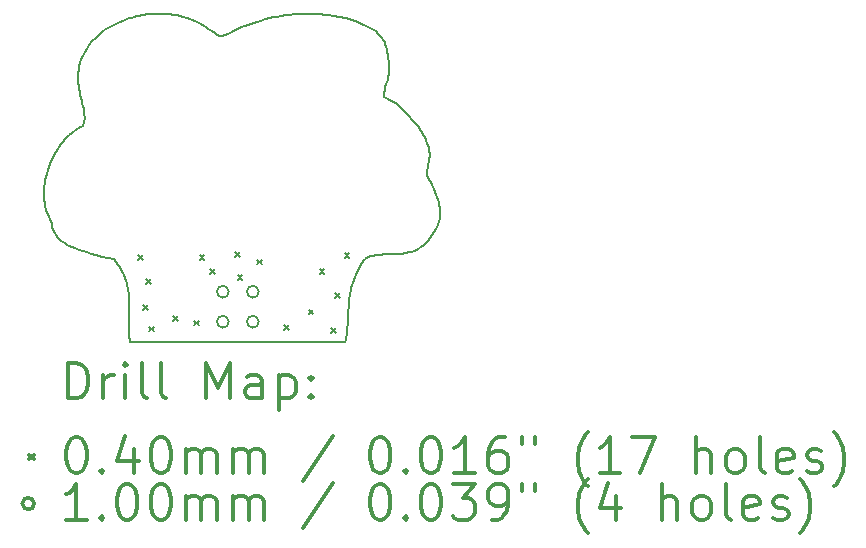
<source format=gbr>
%FSLAX45Y45*%
G04 Gerber Fmt 4.5, Leading zero omitted, Abs format (unit mm)*
G04 Created by KiCad (PCBNEW 5.1.6-c6e7f7d~87~ubuntu18.04.1) date 2020-07-20 19:22:29*
%MOMM*%
%LPD*%
G01*
G04 APERTURE LIST*
%TA.AperFunction,Profile*%
%ADD10C,0.200000*%
%TD*%
%ADD11C,0.200000*%
%ADD12C,0.300000*%
G04 APERTURE END LIST*
D10*
X11939743Y-7008065D02*
X11971901Y-6988818D01*
X11971901Y-6988818D02*
X12005154Y-6970167D01*
X12005154Y-6970167D02*
X12039595Y-6952342D01*
X12039595Y-6952342D02*
X12075320Y-6935576D01*
X12075320Y-6935576D02*
X12093693Y-6927661D01*
X12093693Y-6927661D02*
X12112421Y-6920098D01*
X12112421Y-6920098D02*
X12131517Y-6912916D01*
X12131517Y-6912916D02*
X12150993Y-6906142D01*
X12150993Y-6906142D02*
X12170859Y-6899807D01*
X12170859Y-6899807D02*
X12191128Y-6893939D01*
X12191128Y-6893939D02*
X12211812Y-6888566D01*
X12211812Y-6888566D02*
X12232922Y-6883719D01*
X12232922Y-6883719D02*
X12254470Y-6879425D01*
X12254470Y-6879425D02*
X12276467Y-6875715D01*
X12276467Y-6875715D02*
X12298926Y-6872616D01*
X12298926Y-6872616D02*
X12321858Y-6870157D01*
X12321858Y-6870157D02*
X12345274Y-6868368D01*
X12345274Y-6868368D02*
X12369188Y-6867278D01*
X12369188Y-6867278D02*
X12393609Y-6866915D01*
X12393609Y-6866915D02*
X12418550Y-6867308D01*
X12418550Y-6867308D02*
X12444024Y-6868487D01*
X12444024Y-6868487D02*
X12470040Y-6870480D01*
X12470040Y-6870480D02*
X12496612Y-6873316D01*
X12496612Y-6873316D02*
X12523750Y-6877024D01*
X12523750Y-6877024D02*
X12551467Y-6881633D01*
X12551467Y-6881633D02*
X12579775Y-6887173D01*
X12579775Y-6887173D02*
X12608684Y-6893671D01*
X12608684Y-6893671D02*
X12638208Y-6901157D01*
X13978119Y-9648687D02*
X12157122Y-9648687D01*
X12021706Y-8946660D02*
X11967567Y-8934441D01*
X11967567Y-8934441D02*
X11917536Y-8922463D01*
X11917536Y-8922463D02*
X11871436Y-8910701D01*
X11871436Y-8910701D02*
X11829093Y-8899130D01*
X11829093Y-8899130D02*
X11790330Y-8887724D01*
X11790330Y-8887724D02*
X11754972Y-8876459D01*
X11754972Y-8876459D02*
X11722843Y-8865309D01*
X11722843Y-8865309D02*
X11693767Y-8854251D01*
X11693767Y-8854251D02*
X11667569Y-8843258D01*
X11667569Y-8843258D02*
X11644073Y-8832306D01*
X11644073Y-8832306D02*
X11623103Y-8821369D01*
X11623103Y-8821369D02*
X11604483Y-8810424D01*
X11604483Y-8810424D02*
X11573592Y-8788405D01*
X11573592Y-8788405D02*
X11549995Y-8766050D01*
X11549995Y-8766050D02*
X11532286Y-8743158D01*
X11532286Y-8743158D02*
X11519058Y-8719529D01*
X11519058Y-8719529D02*
X11508907Y-8694964D01*
X11508907Y-8694964D02*
X11500426Y-8669263D01*
X11500426Y-8669263D02*
X11492210Y-8642226D01*
X11492210Y-8642226D02*
X11482853Y-8613654D01*
X11482853Y-8613654D02*
X11470950Y-8583345D01*
X11470950Y-8583345D02*
X11455095Y-8551100D01*
X14484149Y-8896770D02*
X14459763Y-8897786D01*
X14459763Y-8897786D02*
X14434877Y-8898711D01*
X14434877Y-8898711D02*
X14409671Y-8899628D01*
X14409671Y-8899628D02*
X14384326Y-8900626D01*
X14384326Y-8900626D02*
X14359022Y-8901789D01*
X14359022Y-8901789D02*
X14333939Y-8903205D01*
X14333939Y-8903205D02*
X14309258Y-8904960D01*
X14309258Y-8904960D02*
X14285158Y-8907139D01*
X14285158Y-8907139D02*
X14261819Y-8909830D01*
X14261819Y-8909830D02*
X14239423Y-8913118D01*
X14239423Y-8913118D02*
X14218149Y-8917090D01*
X14218149Y-8917090D02*
X14198177Y-8921831D01*
X14198177Y-8921831D02*
X14171055Y-8930576D01*
X14171055Y-8930576D02*
X14147877Y-8941539D01*
X14147877Y-8941539D02*
X14134917Y-8950223D01*
X13340235Y-6904720D02*
X13369609Y-6897238D01*
X13369609Y-6897238D02*
X13402428Y-6890415D01*
X13402428Y-6890415D02*
X13438356Y-6884347D01*
X13438356Y-6884347D02*
X13477056Y-6879134D01*
X13477056Y-6879134D02*
X13497341Y-6876878D01*
X13497341Y-6876878D02*
X13518192Y-6874873D01*
X13518192Y-6874873D02*
X13539568Y-6873131D01*
X13539568Y-6873131D02*
X13561426Y-6871663D01*
X13561426Y-6871663D02*
X13583725Y-6870483D01*
X13583725Y-6870483D02*
X13606423Y-6869603D01*
X13606423Y-6869603D02*
X13629477Y-6869034D01*
X13629477Y-6869034D02*
X13652845Y-6868789D01*
X13652845Y-6868789D02*
X13676486Y-6868881D01*
X13676486Y-6868881D02*
X13700356Y-6869321D01*
X13700356Y-6869321D02*
X13724415Y-6870123D01*
X13724415Y-6870123D02*
X13748619Y-6871297D01*
X13748619Y-6871297D02*
X13772927Y-6872857D01*
X13772927Y-6872857D02*
X13797298Y-6874815D01*
X13797298Y-6874815D02*
X13821687Y-6877183D01*
X13821687Y-6877183D02*
X13846055Y-6879974D01*
X13846055Y-6879974D02*
X13870357Y-6883199D01*
X13870357Y-6883199D02*
X13894554Y-6886871D01*
X13894554Y-6886871D02*
X13918601Y-6891002D01*
X13918601Y-6891002D02*
X13942458Y-6895604D01*
X13942458Y-6895604D02*
X13966082Y-6900690D01*
X13966082Y-6900690D02*
X13989431Y-6906273D01*
X13989431Y-6906273D02*
X14012463Y-6912363D01*
X14012463Y-6912363D02*
X14035136Y-6918975D01*
X12638208Y-6901157D02*
X12666772Y-6909550D01*
X12666772Y-6909550D02*
X12685868Y-6917005D01*
X12685868Y-6917005D02*
X12704936Y-6925706D01*
X12704936Y-6925706D02*
X12723915Y-6935443D01*
X12723915Y-6935443D02*
X12742745Y-6946007D01*
X12742745Y-6946007D02*
X12761365Y-6957190D01*
X12761365Y-6957190D02*
X12779714Y-6968783D01*
X12779714Y-6968783D02*
X12797731Y-6980578D01*
X12797731Y-6980578D02*
X12815356Y-6992365D01*
X12815356Y-6992365D02*
X12832529Y-7003937D01*
X12832529Y-7003937D02*
X12849187Y-7015083D01*
X12849187Y-7015083D02*
X12873079Y-7030550D01*
X12873079Y-7030550D02*
X12895475Y-7043888D01*
X12895475Y-7043888D02*
X12916168Y-7054391D01*
X14345169Y-7243262D02*
X14349623Y-7273731D01*
X14349623Y-7273731D02*
X14351723Y-7302533D01*
X14351723Y-7302533D02*
X14351782Y-7329745D01*
X14351782Y-7329745D02*
X14350114Y-7355445D01*
X14350114Y-7355445D02*
X14347033Y-7379714D01*
X14347033Y-7379714D02*
X14342852Y-7402629D01*
X14342852Y-7402629D02*
X14337885Y-7424270D01*
X14337885Y-7424270D02*
X14332445Y-7444715D01*
X14332445Y-7444715D02*
X14326846Y-7464042D01*
X14326846Y-7464042D02*
X14318834Y-7491112D01*
X14318834Y-7491112D02*
X14312228Y-7516111D01*
X14312228Y-7516111D02*
X14308087Y-7539306D01*
X14308087Y-7539306D02*
X14307467Y-7560962D01*
X14307467Y-7560962D02*
X14309533Y-7574676D01*
X12157122Y-9648687D02*
X12153837Y-9626799D01*
X12153837Y-9626799D02*
X12151314Y-9604950D01*
X12151314Y-9604950D02*
X12149468Y-9583138D01*
X12149468Y-9583138D02*
X12148220Y-9561356D01*
X12148220Y-9561356D02*
X12147486Y-9539602D01*
X12147486Y-9539602D02*
X12147184Y-9517871D01*
X12147184Y-9517871D02*
X12147232Y-9496157D01*
X12147232Y-9496157D02*
X12147547Y-9474458D01*
X12147547Y-9474458D02*
X12148049Y-9452769D01*
X12148049Y-9452769D02*
X12148653Y-9431085D01*
X12148653Y-9431085D02*
X12149279Y-9409403D01*
X12149279Y-9409403D02*
X12149844Y-9387717D01*
X12149844Y-9387717D02*
X12150265Y-9366023D01*
X12150265Y-9366023D02*
X12150461Y-9344318D01*
X12150461Y-9344318D02*
X12150349Y-9322596D01*
X12150349Y-9322596D02*
X12149847Y-9300854D01*
X12149847Y-9300854D02*
X12148873Y-9279087D01*
X12148873Y-9279087D02*
X12147345Y-9257291D01*
X12147345Y-9257291D02*
X12145180Y-9235462D01*
X12145180Y-9235462D02*
X12142296Y-9213594D01*
X12142296Y-9213594D02*
X12138612Y-9191685D01*
X12138612Y-9191685D02*
X12134044Y-9169729D01*
X12134044Y-9169729D02*
X12128511Y-9147722D01*
X12128511Y-9147722D02*
X12121930Y-9125660D01*
X12121930Y-9125660D02*
X12114220Y-9103538D01*
X12114220Y-9103538D02*
X12105297Y-9081353D01*
X12105297Y-9081353D02*
X12095080Y-9059100D01*
X12095080Y-9059100D02*
X12083487Y-9036774D01*
X12083487Y-9036774D02*
X12070435Y-9014371D01*
X12070435Y-9014371D02*
X12055843Y-8991888D01*
X12055843Y-8991888D02*
X12039627Y-8969319D01*
X12039627Y-8969319D02*
X12021706Y-8946660D01*
X14035136Y-6918975D02*
X14063213Y-6929955D01*
X14063213Y-6929955D02*
X14089320Y-6940607D01*
X14089320Y-6940607D02*
X14113534Y-6950956D01*
X14113534Y-6950956D02*
X14135934Y-6961030D01*
X14135934Y-6961030D02*
X14156599Y-6970856D01*
X14156599Y-6970856D02*
X14175607Y-6980464D01*
X14175607Y-6980464D02*
X14208966Y-6999129D01*
X14208966Y-6999129D02*
X14236637Y-7017245D01*
X14236637Y-7017245D02*
X14259250Y-7035033D01*
X14259250Y-7035033D02*
X14277431Y-7052712D01*
X14277431Y-7052712D02*
X14291808Y-7070503D01*
X14291808Y-7070503D02*
X14303007Y-7088625D01*
X14303007Y-7088625D02*
X14311658Y-7107299D01*
X14311658Y-7107299D02*
X14318387Y-7126746D01*
X14318387Y-7126746D02*
X14323822Y-7147184D01*
X14323822Y-7147184D02*
X14328590Y-7168835D01*
X14328590Y-7168835D02*
X14333319Y-7191918D01*
X14333319Y-7191918D02*
X14338636Y-7216653D01*
X14338636Y-7216653D02*
X14345169Y-7243262D01*
X12916168Y-7054391D02*
X12938693Y-7052456D01*
X12938693Y-7052456D02*
X12963238Y-7048645D01*
X12963238Y-7048645D02*
X12985084Y-7041280D01*
X12985084Y-7041280D02*
X13003389Y-7030482D01*
X13003389Y-7030482D02*
X13020635Y-7019591D01*
X13020635Y-7019591D02*
X13045443Y-7005884D01*
X13045443Y-7005884D02*
X13068206Y-6994995D01*
X13068206Y-6994995D02*
X13097364Y-6982575D01*
X13097364Y-6982575D02*
X13134129Y-6968511D01*
X13134129Y-6968511D02*
X13155744Y-6960827D01*
X13155744Y-6960827D02*
X13179716Y-6952690D01*
X13179716Y-6952690D02*
X13206196Y-6944087D01*
X13206196Y-6944087D02*
X13235336Y-6935002D01*
X13235336Y-6935002D02*
X13267288Y-6925422D01*
X13267288Y-6925422D02*
X13302204Y-6915332D01*
X13302204Y-6915332D02*
X13340235Y-6904720D01*
X14676583Y-8251758D02*
X14689685Y-8271980D01*
X14689685Y-8271980D02*
X14702000Y-8292399D01*
X14702000Y-8292399D02*
X14713514Y-8313018D01*
X14713514Y-8313018D02*
X14724210Y-8333841D01*
X14724210Y-8333841D02*
X14734075Y-8354873D01*
X14734075Y-8354873D02*
X14743094Y-8376115D01*
X14743094Y-8376115D02*
X14751252Y-8397573D01*
X14751252Y-8397573D02*
X14758534Y-8419250D01*
X14758534Y-8419250D02*
X14764926Y-8441150D01*
X14764926Y-8441150D02*
X14770412Y-8463276D01*
X14770412Y-8463276D02*
X14774978Y-8485632D01*
X14774978Y-8485632D02*
X14778610Y-8508221D01*
X14778610Y-8508221D02*
X14781291Y-8531048D01*
X14781291Y-8531048D02*
X14783009Y-8554116D01*
X14783009Y-8554116D02*
X14783747Y-8577429D01*
X14783747Y-8577429D02*
X14783491Y-8600990D01*
X13978119Y-9648687D02*
X13978119Y-9648687D01*
X14601747Y-7824127D02*
X14616289Y-7848258D01*
X14616289Y-7848258D02*
X14629312Y-7871049D01*
X14629312Y-7871049D02*
X14640891Y-7892566D01*
X14640891Y-7892566D02*
X14651097Y-7912871D01*
X14651097Y-7912871D02*
X14660005Y-7932031D01*
X14660005Y-7932031D02*
X14674216Y-7967170D01*
X14674216Y-7967170D02*
X14684108Y-7998498D01*
X14684108Y-7998498D02*
X14690267Y-8026533D01*
X14690267Y-8026533D02*
X14693276Y-8051788D01*
X14693276Y-8051788D02*
X14693721Y-8074781D01*
X14693721Y-8074781D02*
X14692187Y-8096026D01*
X14692187Y-8096026D02*
X14689257Y-8116041D01*
X14689257Y-8116041D02*
X14683525Y-8144883D01*
X14683525Y-8144883D02*
X14677942Y-8173858D01*
X14677942Y-8173858D02*
X14675278Y-8194107D01*
X14675278Y-8194107D02*
X14674143Y-8215705D01*
X14674143Y-8215705D02*
X14675119Y-8239167D01*
X14675119Y-8239167D02*
X14676583Y-8251758D01*
X14134917Y-8950223D02*
X14119124Y-8976135D01*
X14119124Y-8976135D02*
X14104714Y-9001529D01*
X14104714Y-9001529D02*
X14091618Y-9026429D01*
X14091618Y-9026429D02*
X14079770Y-9050862D01*
X14079770Y-9050862D02*
X14069100Y-9074852D01*
X14069100Y-9074852D02*
X14059541Y-9098426D01*
X14059541Y-9098426D02*
X14051026Y-9121609D01*
X14051026Y-9121609D02*
X14043485Y-9144427D01*
X14043485Y-9144427D02*
X14036850Y-9166904D01*
X14036850Y-9166904D02*
X14031055Y-9189067D01*
X14031055Y-9189067D02*
X14026030Y-9210941D01*
X14026030Y-9210941D02*
X14021708Y-9232551D01*
X14021708Y-9232551D02*
X14018021Y-9253923D01*
X14018021Y-9253923D02*
X14014901Y-9275083D01*
X14014901Y-9275083D02*
X14012279Y-9296055D01*
X14012279Y-9296055D02*
X14010089Y-9316866D01*
X14010089Y-9316866D02*
X14008261Y-9337541D01*
X14008261Y-9337541D02*
X14006727Y-9358106D01*
X14006727Y-9358106D02*
X14005421Y-9378585D01*
X14005421Y-9378585D02*
X14004273Y-9399005D01*
X14004273Y-9399005D02*
X14003215Y-9419391D01*
X14003215Y-9419391D02*
X14002181Y-9439769D01*
X14002181Y-9439769D02*
X14001101Y-9460163D01*
X14001101Y-9460163D02*
X13999907Y-9480600D01*
X13999907Y-9480600D02*
X13998533Y-9501106D01*
X13998533Y-9501106D02*
X13996909Y-9521704D01*
X13996909Y-9521704D02*
X13994967Y-9542422D01*
X13994967Y-9542422D02*
X13992640Y-9563284D01*
X13992640Y-9563284D02*
X13989860Y-9584316D01*
X13989860Y-9584316D02*
X13986558Y-9605543D01*
X13986558Y-9605543D02*
X13982667Y-9626992D01*
X13982667Y-9626992D02*
X13978119Y-9648687D01*
X11455095Y-8551100D02*
X11446638Y-8524642D01*
X11446638Y-8524642D02*
X11439848Y-8497755D01*
X11439848Y-8497755D02*
X11434672Y-8470505D01*
X11434672Y-8470505D02*
X11431060Y-8442957D01*
X11431060Y-8442957D02*
X11428961Y-8415176D01*
X11428961Y-8415176D02*
X11428323Y-8387229D01*
X11428323Y-8387229D02*
X11429097Y-8359180D01*
X11429097Y-8359180D02*
X11431230Y-8331096D01*
X11431230Y-8331096D02*
X11434673Y-8303042D01*
X11434673Y-8303042D02*
X11439374Y-8275084D01*
X11439374Y-8275084D02*
X11445282Y-8247287D01*
X11445282Y-8247287D02*
X11452346Y-8219718D01*
X11452346Y-8219718D02*
X11460515Y-8192440D01*
X11460515Y-8192440D02*
X11469739Y-8165521D01*
X11469739Y-8165521D02*
X11479967Y-8139025D01*
X11479967Y-8139025D02*
X11491146Y-8113019D01*
X11491146Y-8113019D02*
X11503228Y-8087568D01*
X11503228Y-8087568D02*
X11516160Y-8062737D01*
X11516160Y-8062737D02*
X11529892Y-8038593D01*
X11529892Y-8038593D02*
X11544372Y-8015200D01*
X11544372Y-8015200D02*
X11559550Y-7992624D01*
X11559550Y-7992624D02*
X11575376Y-7970932D01*
X11575376Y-7970932D02*
X11591797Y-7950187D01*
X11591797Y-7950187D02*
X11608763Y-7930458D01*
X11608763Y-7930458D02*
X11626223Y-7911807D01*
X11626223Y-7911807D02*
X11644126Y-7894303D01*
X11644126Y-7894303D02*
X11662422Y-7878009D01*
X11662422Y-7878009D02*
X11681059Y-7862991D01*
X11681059Y-7862991D02*
X11699986Y-7849316D01*
X11699986Y-7849316D02*
X11719152Y-7837049D01*
X11719152Y-7837049D02*
X11738507Y-7826255D01*
X11738507Y-7826255D02*
X11758000Y-7817000D01*
X14309533Y-7574676D02*
X14340508Y-7588854D01*
X14340508Y-7588854D02*
X14368233Y-7603394D01*
X14368233Y-7603394D02*
X14393040Y-7618257D01*
X14393040Y-7618257D02*
X14415263Y-7633408D01*
X14415263Y-7633408D02*
X14435236Y-7648809D01*
X14435236Y-7648809D02*
X14453291Y-7664423D01*
X14453291Y-7664423D02*
X14469762Y-7680212D01*
X14469762Y-7680212D02*
X14484984Y-7696141D01*
X14484984Y-7696141D02*
X14499288Y-7712172D01*
X14499288Y-7712172D02*
X14513008Y-7728267D01*
X14513008Y-7728267D02*
X14526479Y-7744390D01*
X14526479Y-7744390D02*
X14540032Y-7760504D01*
X14540032Y-7760504D02*
X14554003Y-7776572D01*
X14554003Y-7776572D02*
X14568723Y-7792557D01*
X14568723Y-7792557D02*
X14584527Y-7808421D01*
X14584527Y-7808421D02*
X14601747Y-7824127D01*
X14783491Y-8600990D02*
X14775820Y-8620010D01*
X14775820Y-8620010D02*
X14760356Y-8655579D01*
X14760356Y-8655579D02*
X14744683Y-8687989D01*
X14744683Y-8687989D02*
X14728746Y-8717398D01*
X14728746Y-8717398D02*
X14712487Y-8743966D01*
X14712487Y-8743966D02*
X14695851Y-8767852D01*
X14695851Y-8767852D02*
X14678780Y-8789215D01*
X14678780Y-8789215D02*
X14661218Y-8808215D01*
X14661218Y-8808215D02*
X14643109Y-8825009D01*
X14643109Y-8825009D02*
X14624397Y-8839759D01*
X14624397Y-8839759D02*
X14605024Y-8852622D01*
X14605024Y-8852622D02*
X14584934Y-8863759D01*
X14584934Y-8863759D02*
X14564072Y-8873327D01*
X14564072Y-8873327D02*
X14542379Y-8881487D01*
X14542379Y-8881487D02*
X14519801Y-8888398D01*
X14519801Y-8888398D02*
X14496280Y-8894218D01*
X14496280Y-8894218D02*
X14484149Y-8896770D01*
X11758000Y-7817000D02*
X11770040Y-7786271D01*
X11770040Y-7786271D02*
X11773905Y-7751716D01*
X11773905Y-7751716D02*
X11771329Y-7713589D01*
X11771329Y-7713589D02*
X11768166Y-7693264D01*
X11768166Y-7693264D02*
X11764042Y-7672142D01*
X11764042Y-7672142D02*
X11759174Y-7650253D01*
X11759174Y-7650253D02*
X11753778Y-7627629D01*
X11753778Y-7627629D02*
X11748071Y-7604302D01*
X11748071Y-7604302D02*
X11742269Y-7580303D01*
X11742269Y-7580303D02*
X11736588Y-7555665D01*
X11736588Y-7555665D02*
X11731246Y-7530418D01*
X11731246Y-7530418D02*
X11726458Y-7504595D01*
X11726458Y-7504595D02*
X11722441Y-7478226D01*
X11722441Y-7478226D02*
X11719413Y-7451345D01*
X11719413Y-7451345D02*
X11717588Y-7423982D01*
X11717588Y-7423982D02*
X11717184Y-7396169D01*
X11717184Y-7396169D02*
X11718418Y-7367938D01*
X11718418Y-7367938D02*
X11721505Y-7339320D01*
X11721505Y-7339320D02*
X11726663Y-7310347D01*
X11726663Y-7310347D02*
X11734108Y-7281051D01*
X11734108Y-7281051D02*
X11744055Y-7251464D01*
X11744055Y-7251464D02*
X11756723Y-7221616D01*
X11756723Y-7221616D02*
X11772328Y-7191540D01*
X11772328Y-7191540D02*
X11791085Y-7161268D01*
X11791085Y-7161268D02*
X11813211Y-7130831D01*
X11813211Y-7130831D02*
X11838924Y-7100260D01*
X11838924Y-7100260D02*
X11868439Y-7069587D01*
X11868439Y-7069587D02*
X11901973Y-7038845D01*
X11901973Y-7038845D02*
X11939743Y-7008065D01*
D11*
X12225000Y-8911000D02*
X12265000Y-8951000D01*
X12265000Y-8911000D02*
X12225000Y-8951000D01*
X12268000Y-9333000D02*
X12308000Y-9373000D01*
X12308000Y-9333000D02*
X12268000Y-9373000D01*
X12293000Y-9114000D02*
X12333000Y-9154000D01*
X12333000Y-9114000D02*
X12293000Y-9154000D01*
X12321000Y-9515000D02*
X12361000Y-9555000D01*
X12361000Y-9515000D02*
X12321000Y-9555000D01*
X12525000Y-9426000D02*
X12565000Y-9466000D01*
X12565000Y-9426000D02*
X12525000Y-9466000D01*
X12700000Y-9465000D02*
X12740000Y-9505000D01*
X12740000Y-9465000D02*
X12700000Y-9505000D01*
X12747000Y-8911000D02*
X12787000Y-8951000D01*
X12787000Y-8911000D02*
X12747000Y-8951000D01*
X12833000Y-9029000D02*
X12873000Y-9069000D01*
X12873000Y-9029000D02*
X12833000Y-9069000D01*
X13047000Y-8886000D02*
X13087000Y-8926000D01*
X13087000Y-8886000D02*
X13047000Y-8926000D01*
X13069000Y-9082000D02*
X13109000Y-9122000D01*
X13109000Y-9082000D02*
X13069000Y-9122000D01*
X13233000Y-8950000D02*
X13273000Y-8990000D01*
X13273000Y-8950000D02*
X13233000Y-8990000D01*
X13462000Y-9504000D02*
X13502000Y-9544000D01*
X13502000Y-9504000D02*
X13462000Y-9544000D01*
X13670000Y-9372000D02*
X13710000Y-9412000D01*
X13710000Y-9372000D02*
X13670000Y-9412000D01*
X13763000Y-9029000D02*
X13803000Y-9069000D01*
X13803000Y-9029000D02*
X13763000Y-9069000D01*
X13859000Y-9526000D02*
X13899000Y-9566000D01*
X13899000Y-9526000D02*
X13859000Y-9566000D01*
X13891000Y-9232000D02*
X13931000Y-9272000D01*
X13931000Y-9232000D02*
X13891000Y-9272000D01*
X13974000Y-8896000D02*
X14014000Y-8936000D01*
X14014000Y-8896000D02*
X13974000Y-8936000D01*
X12993000Y-9221000D02*
G75*
G03*
X12993000Y-9221000I-50000J0D01*
G01*
X12993000Y-9475000D02*
G75*
G03*
X12993000Y-9475000I-50000J0D01*
G01*
X13247000Y-9221000D02*
G75*
G03*
X13247000Y-9221000I-50000J0D01*
G01*
X13247000Y-9475000D02*
G75*
G03*
X13247000Y-9475000I-50000J0D01*
G01*
D12*
X11632260Y-10124402D02*
X11632260Y-9824402D01*
X11703689Y-9824402D01*
X11746546Y-9838688D01*
X11775117Y-9867259D01*
X11789403Y-9895830D01*
X11803689Y-9952973D01*
X11803689Y-9995830D01*
X11789403Y-10052973D01*
X11775117Y-10081545D01*
X11746546Y-10110116D01*
X11703689Y-10124402D01*
X11632260Y-10124402D01*
X11932260Y-10124402D02*
X11932260Y-9924402D01*
X11932260Y-9981545D02*
X11946546Y-9952973D01*
X11960831Y-9938688D01*
X11989403Y-9924402D01*
X12017974Y-9924402D01*
X12117974Y-10124402D02*
X12117974Y-9924402D01*
X12117974Y-9824402D02*
X12103689Y-9838688D01*
X12117974Y-9852973D01*
X12132260Y-9838688D01*
X12117974Y-9824402D01*
X12117974Y-9852973D01*
X12303689Y-10124402D02*
X12275117Y-10110116D01*
X12260831Y-10081545D01*
X12260831Y-9824402D01*
X12460831Y-10124402D02*
X12432260Y-10110116D01*
X12417974Y-10081545D01*
X12417974Y-9824402D01*
X12803689Y-10124402D02*
X12803689Y-9824402D01*
X12903689Y-10038688D01*
X13003689Y-9824402D01*
X13003689Y-10124402D01*
X13275117Y-10124402D02*
X13275117Y-9967259D01*
X13260831Y-9938688D01*
X13232260Y-9924402D01*
X13175117Y-9924402D01*
X13146546Y-9938688D01*
X13275117Y-10110116D02*
X13246546Y-10124402D01*
X13175117Y-10124402D01*
X13146546Y-10110116D01*
X13132260Y-10081545D01*
X13132260Y-10052973D01*
X13146546Y-10024402D01*
X13175117Y-10010116D01*
X13246546Y-10010116D01*
X13275117Y-9995830D01*
X13417974Y-9924402D02*
X13417974Y-10224402D01*
X13417974Y-9938688D02*
X13446546Y-9924402D01*
X13503689Y-9924402D01*
X13532260Y-9938688D01*
X13546546Y-9952973D01*
X13560831Y-9981545D01*
X13560831Y-10067259D01*
X13546546Y-10095830D01*
X13532260Y-10110116D01*
X13503689Y-10124402D01*
X13446546Y-10124402D01*
X13417974Y-10110116D01*
X13689403Y-10095830D02*
X13703689Y-10110116D01*
X13689403Y-10124402D01*
X13675117Y-10110116D01*
X13689403Y-10095830D01*
X13689403Y-10124402D01*
X13689403Y-9938688D02*
X13703689Y-9952973D01*
X13689403Y-9967259D01*
X13675117Y-9952973D01*
X13689403Y-9938688D01*
X13689403Y-9967259D01*
X11305831Y-10598688D02*
X11345831Y-10638688D01*
X11345831Y-10598688D02*
X11305831Y-10638688D01*
X11689403Y-10454402D02*
X11717974Y-10454402D01*
X11746546Y-10468688D01*
X11760831Y-10482973D01*
X11775117Y-10511545D01*
X11789403Y-10568688D01*
X11789403Y-10640116D01*
X11775117Y-10697259D01*
X11760831Y-10725830D01*
X11746546Y-10740116D01*
X11717974Y-10754402D01*
X11689403Y-10754402D01*
X11660831Y-10740116D01*
X11646546Y-10725830D01*
X11632260Y-10697259D01*
X11617974Y-10640116D01*
X11617974Y-10568688D01*
X11632260Y-10511545D01*
X11646546Y-10482973D01*
X11660831Y-10468688D01*
X11689403Y-10454402D01*
X11917974Y-10725830D02*
X11932260Y-10740116D01*
X11917974Y-10754402D01*
X11903689Y-10740116D01*
X11917974Y-10725830D01*
X11917974Y-10754402D01*
X12189403Y-10554402D02*
X12189403Y-10754402D01*
X12117974Y-10440116D02*
X12046546Y-10654402D01*
X12232260Y-10654402D01*
X12403689Y-10454402D02*
X12432260Y-10454402D01*
X12460831Y-10468688D01*
X12475117Y-10482973D01*
X12489403Y-10511545D01*
X12503689Y-10568688D01*
X12503689Y-10640116D01*
X12489403Y-10697259D01*
X12475117Y-10725830D01*
X12460831Y-10740116D01*
X12432260Y-10754402D01*
X12403689Y-10754402D01*
X12375117Y-10740116D01*
X12360831Y-10725830D01*
X12346546Y-10697259D01*
X12332260Y-10640116D01*
X12332260Y-10568688D01*
X12346546Y-10511545D01*
X12360831Y-10482973D01*
X12375117Y-10468688D01*
X12403689Y-10454402D01*
X12632260Y-10754402D02*
X12632260Y-10554402D01*
X12632260Y-10582973D02*
X12646546Y-10568688D01*
X12675117Y-10554402D01*
X12717974Y-10554402D01*
X12746546Y-10568688D01*
X12760831Y-10597259D01*
X12760831Y-10754402D01*
X12760831Y-10597259D02*
X12775117Y-10568688D01*
X12803689Y-10554402D01*
X12846546Y-10554402D01*
X12875117Y-10568688D01*
X12889403Y-10597259D01*
X12889403Y-10754402D01*
X13032260Y-10754402D02*
X13032260Y-10554402D01*
X13032260Y-10582973D02*
X13046546Y-10568688D01*
X13075117Y-10554402D01*
X13117974Y-10554402D01*
X13146546Y-10568688D01*
X13160831Y-10597259D01*
X13160831Y-10754402D01*
X13160831Y-10597259D02*
X13175117Y-10568688D01*
X13203689Y-10554402D01*
X13246546Y-10554402D01*
X13275117Y-10568688D01*
X13289403Y-10597259D01*
X13289403Y-10754402D01*
X13875117Y-10440116D02*
X13617974Y-10825830D01*
X14260831Y-10454402D02*
X14289403Y-10454402D01*
X14317974Y-10468688D01*
X14332260Y-10482973D01*
X14346546Y-10511545D01*
X14360831Y-10568688D01*
X14360831Y-10640116D01*
X14346546Y-10697259D01*
X14332260Y-10725830D01*
X14317974Y-10740116D01*
X14289403Y-10754402D01*
X14260831Y-10754402D01*
X14232260Y-10740116D01*
X14217974Y-10725830D01*
X14203689Y-10697259D01*
X14189403Y-10640116D01*
X14189403Y-10568688D01*
X14203689Y-10511545D01*
X14217974Y-10482973D01*
X14232260Y-10468688D01*
X14260831Y-10454402D01*
X14489403Y-10725830D02*
X14503689Y-10740116D01*
X14489403Y-10754402D01*
X14475117Y-10740116D01*
X14489403Y-10725830D01*
X14489403Y-10754402D01*
X14689403Y-10454402D02*
X14717974Y-10454402D01*
X14746546Y-10468688D01*
X14760831Y-10482973D01*
X14775117Y-10511545D01*
X14789403Y-10568688D01*
X14789403Y-10640116D01*
X14775117Y-10697259D01*
X14760831Y-10725830D01*
X14746546Y-10740116D01*
X14717974Y-10754402D01*
X14689403Y-10754402D01*
X14660831Y-10740116D01*
X14646546Y-10725830D01*
X14632260Y-10697259D01*
X14617974Y-10640116D01*
X14617974Y-10568688D01*
X14632260Y-10511545D01*
X14646546Y-10482973D01*
X14660831Y-10468688D01*
X14689403Y-10454402D01*
X15075117Y-10754402D02*
X14903689Y-10754402D01*
X14989403Y-10754402D02*
X14989403Y-10454402D01*
X14960831Y-10497259D01*
X14932260Y-10525830D01*
X14903689Y-10540116D01*
X15332260Y-10454402D02*
X15275117Y-10454402D01*
X15246546Y-10468688D01*
X15232260Y-10482973D01*
X15203689Y-10525830D01*
X15189403Y-10582973D01*
X15189403Y-10697259D01*
X15203689Y-10725830D01*
X15217974Y-10740116D01*
X15246546Y-10754402D01*
X15303689Y-10754402D01*
X15332260Y-10740116D01*
X15346546Y-10725830D01*
X15360831Y-10697259D01*
X15360831Y-10625830D01*
X15346546Y-10597259D01*
X15332260Y-10582973D01*
X15303689Y-10568688D01*
X15246546Y-10568688D01*
X15217974Y-10582973D01*
X15203689Y-10597259D01*
X15189403Y-10625830D01*
X15475117Y-10454402D02*
X15475117Y-10511545D01*
X15589403Y-10454402D02*
X15589403Y-10511545D01*
X16032260Y-10868688D02*
X16017974Y-10854402D01*
X15989403Y-10811545D01*
X15975117Y-10782973D01*
X15960831Y-10740116D01*
X15946546Y-10668688D01*
X15946546Y-10611545D01*
X15960831Y-10540116D01*
X15975117Y-10497259D01*
X15989403Y-10468688D01*
X16017974Y-10425830D01*
X16032260Y-10411545D01*
X16303689Y-10754402D02*
X16132260Y-10754402D01*
X16217974Y-10754402D02*
X16217974Y-10454402D01*
X16189403Y-10497259D01*
X16160831Y-10525830D01*
X16132260Y-10540116D01*
X16403689Y-10454402D02*
X16603689Y-10454402D01*
X16475117Y-10754402D01*
X16946546Y-10754402D02*
X16946546Y-10454402D01*
X17075117Y-10754402D02*
X17075117Y-10597259D01*
X17060832Y-10568688D01*
X17032260Y-10554402D01*
X16989403Y-10554402D01*
X16960832Y-10568688D01*
X16946546Y-10582973D01*
X17260832Y-10754402D02*
X17232260Y-10740116D01*
X17217974Y-10725830D01*
X17203689Y-10697259D01*
X17203689Y-10611545D01*
X17217974Y-10582973D01*
X17232260Y-10568688D01*
X17260832Y-10554402D01*
X17303689Y-10554402D01*
X17332260Y-10568688D01*
X17346546Y-10582973D01*
X17360832Y-10611545D01*
X17360832Y-10697259D01*
X17346546Y-10725830D01*
X17332260Y-10740116D01*
X17303689Y-10754402D01*
X17260832Y-10754402D01*
X17532260Y-10754402D02*
X17503689Y-10740116D01*
X17489403Y-10711545D01*
X17489403Y-10454402D01*
X17760832Y-10740116D02*
X17732260Y-10754402D01*
X17675117Y-10754402D01*
X17646546Y-10740116D01*
X17632260Y-10711545D01*
X17632260Y-10597259D01*
X17646546Y-10568688D01*
X17675117Y-10554402D01*
X17732260Y-10554402D01*
X17760832Y-10568688D01*
X17775117Y-10597259D01*
X17775117Y-10625830D01*
X17632260Y-10654402D01*
X17889403Y-10740116D02*
X17917974Y-10754402D01*
X17975117Y-10754402D01*
X18003689Y-10740116D01*
X18017974Y-10711545D01*
X18017974Y-10697259D01*
X18003689Y-10668688D01*
X17975117Y-10654402D01*
X17932260Y-10654402D01*
X17903689Y-10640116D01*
X17889403Y-10611545D01*
X17889403Y-10597259D01*
X17903689Y-10568688D01*
X17932260Y-10554402D01*
X17975117Y-10554402D01*
X18003689Y-10568688D01*
X18117974Y-10868688D02*
X18132260Y-10854402D01*
X18160832Y-10811545D01*
X18175117Y-10782973D01*
X18189403Y-10740116D01*
X18203689Y-10668688D01*
X18203689Y-10611545D01*
X18189403Y-10540116D01*
X18175117Y-10497259D01*
X18160832Y-10468688D01*
X18132260Y-10425830D01*
X18117974Y-10411545D01*
X11345831Y-11014688D02*
G75*
G03*
X11345831Y-11014688I-50000J0D01*
G01*
X11789403Y-11150402D02*
X11617974Y-11150402D01*
X11703689Y-11150402D02*
X11703689Y-10850402D01*
X11675117Y-10893259D01*
X11646546Y-10921830D01*
X11617974Y-10936116D01*
X11917974Y-11121830D02*
X11932260Y-11136116D01*
X11917974Y-11150402D01*
X11903689Y-11136116D01*
X11917974Y-11121830D01*
X11917974Y-11150402D01*
X12117974Y-10850402D02*
X12146546Y-10850402D01*
X12175117Y-10864688D01*
X12189403Y-10878973D01*
X12203689Y-10907545D01*
X12217974Y-10964688D01*
X12217974Y-11036116D01*
X12203689Y-11093259D01*
X12189403Y-11121830D01*
X12175117Y-11136116D01*
X12146546Y-11150402D01*
X12117974Y-11150402D01*
X12089403Y-11136116D01*
X12075117Y-11121830D01*
X12060831Y-11093259D01*
X12046546Y-11036116D01*
X12046546Y-10964688D01*
X12060831Y-10907545D01*
X12075117Y-10878973D01*
X12089403Y-10864688D01*
X12117974Y-10850402D01*
X12403689Y-10850402D02*
X12432260Y-10850402D01*
X12460831Y-10864688D01*
X12475117Y-10878973D01*
X12489403Y-10907545D01*
X12503689Y-10964688D01*
X12503689Y-11036116D01*
X12489403Y-11093259D01*
X12475117Y-11121830D01*
X12460831Y-11136116D01*
X12432260Y-11150402D01*
X12403689Y-11150402D01*
X12375117Y-11136116D01*
X12360831Y-11121830D01*
X12346546Y-11093259D01*
X12332260Y-11036116D01*
X12332260Y-10964688D01*
X12346546Y-10907545D01*
X12360831Y-10878973D01*
X12375117Y-10864688D01*
X12403689Y-10850402D01*
X12632260Y-11150402D02*
X12632260Y-10950402D01*
X12632260Y-10978973D02*
X12646546Y-10964688D01*
X12675117Y-10950402D01*
X12717974Y-10950402D01*
X12746546Y-10964688D01*
X12760831Y-10993259D01*
X12760831Y-11150402D01*
X12760831Y-10993259D02*
X12775117Y-10964688D01*
X12803689Y-10950402D01*
X12846546Y-10950402D01*
X12875117Y-10964688D01*
X12889403Y-10993259D01*
X12889403Y-11150402D01*
X13032260Y-11150402D02*
X13032260Y-10950402D01*
X13032260Y-10978973D02*
X13046546Y-10964688D01*
X13075117Y-10950402D01*
X13117974Y-10950402D01*
X13146546Y-10964688D01*
X13160831Y-10993259D01*
X13160831Y-11150402D01*
X13160831Y-10993259D02*
X13175117Y-10964688D01*
X13203689Y-10950402D01*
X13246546Y-10950402D01*
X13275117Y-10964688D01*
X13289403Y-10993259D01*
X13289403Y-11150402D01*
X13875117Y-10836116D02*
X13617974Y-11221830D01*
X14260831Y-10850402D02*
X14289403Y-10850402D01*
X14317974Y-10864688D01*
X14332260Y-10878973D01*
X14346546Y-10907545D01*
X14360831Y-10964688D01*
X14360831Y-11036116D01*
X14346546Y-11093259D01*
X14332260Y-11121830D01*
X14317974Y-11136116D01*
X14289403Y-11150402D01*
X14260831Y-11150402D01*
X14232260Y-11136116D01*
X14217974Y-11121830D01*
X14203689Y-11093259D01*
X14189403Y-11036116D01*
X14189403Y-10964688D01*
X14203689Y-10907545D01*
X14217974Y-10878973D01*
X14232260Y-10864688D01*
X14260831Y-10850402D01*
X14489403Y-11121830D02*
X14503689Y-11136116D01*
X14489403Y-11150402D01*
X14475117Y-11136116D01*
X14489403Y-11121830D01*
X14489403Y-11150402D01*
X14689403Y-10850402D02*
X14717974Y-10850402D01*
X14746546Y-10864688D01*
X14760831Y-10878973D01*
X14775117Y-10907545D01*
X14789403Y-10964688D01*
X14789403Y-11036116D01*
X14775117Y-11093259D01*
X14760831Y-11121830D01*
X14746546Y-11136116D01*
X14717974Y-11150402D01*
X14689403Y-11150402D01*
X14660831Y-11136116D01*
X14646546Y-11121830D01*
X14632260Y-11093259D01*
X14617974Y-11036116D01*
X14617974Y-10964688D01*
X14632260Y-10907545D01*
X14646546Y-10878973D01*
X14660831Y-10864688D01*
X14689403Y-10850402D01*
X14889403Y-10850402D02*
X15075117Y-10850402D01*
X14975117Y-10964688D01*
X15017974Y-10964688D01*
X15046546Y-10978973D01*
X15060831Y-10993259D01*
X15075117Y-11021830D01*
X15075117Y-11093259D01*
X15060831Y-11121830D01*
X15046546Y-11136116D01*
X15017974Y-11150402D01*
X14932260Y-11150402D01*
X14903689Y-11136116D01*
X14889403Y-11121830D01*
X15217974Y-11150402D02*
X15275117Y-11150402D01*
X15303689Y-11136116D01*
X15317974Y-11121830D01*
X15346546Y-11078973D01*
X15360831Y-11021830D01*
X15360831Y-10907545D01*
X15346546Y-10878973D01*
X15332260Y-10864688D01*
X15303689Y-10850402D01*
X15246546Y-10850402D01*
X15217974Y-10864688D01*
X15203689Y-10878973D01*
X15189403Y-10907545D01*
X15189403Y-10978973D01*
X15203689Y-11007545D01*
X15217974Y-11021830D01*
X15246546Y-11036116D01*
X15303689Y-11036116D01*
X15332260Y-11021830D01*
X15346546Y-11007545D01*
X15360831Y-10978973D01*
X15475117Y-10850402D02*
X15475117Y-10907545D01*
X15589403Y-10850402D02*
X15589403Y-10907545D01*
X16032260Y-11264687D02*
X16017974Y-11250402D01*
X15989403Y-11207545D01*
X15975117Y-11178973D01*
X15960831Y-11136116D01*
X15946546Y-11064688D01*
X15946546Y-11007545D01*
X15960831Y-10936116D01*
X15975117Y-10893259D01*
X15989403Y-10864688D01*
X16017974Y-10821830D01*
X16032260Y-10807545D01*
X16275117Y-10950402D02*
X16275117Y-11150402D01*
X16203689Y-10836116D02*
X16132260Y-11050402D01*
X16317974Y-11050402D01*
X16660831Y-11150402D02*
X16660831Y-10850402D01*
X16789403Y-11150402D02*
X16789403Y-10993259D01*
X16775117Y-10964688D01*
X16746546Y-10950402D01*
X16703689Y-10950402D01*
X16675117Y-10964688D01*
X16660831Y-10978973D01*
X16975117Y-11150402D02*
X16946546Y-11136116D01*
X16932260Y-11121830D01*
X16917974Y-11093259D01*
X16917974Y-11007545D01*
X16932260Y-10978973D01*
X16946546Y-10964688D01*
X16975117Y-10950402D01*
X17017974Y-10950402D01*
X17046546Y-10964688D01*
X17060832Y-10978973D01*
X17075117Y-11007545D01*
X17075117Y-11093259D01*
X17060832Y-11121830D01*
X17046546Y-11136116D01*
X17017974Y-11150402D01*
X16975117Y-11150402D01*
X17246546Y-11150402D02*
X17217974Y-11136116D01*
X17203689Y-11107545D01*
X17203689Y-10850402D01*
X17475117Y-11136116D02*
X17446546Y-11150402D01*
X17389403Y-11150402D01*
X17360832Y-11136116D01*
X17346546Y-11107545D01*
X17346546Y-10993259D01*
X17360832Y-10964688D01*
X17389403Y-10950402D01*
X17446546Y-10950402D01*
X17475117Y-10964688D01*
X17489403Y-10993259D01*
X17489403Y-11021830D01*
X17346546Y-11050402D01*
X17603689Y-11136116D02*
X17632260Y-11150402D01*
X17689403Y-11150402D01*
X17717974Y-11136116D01*
X17732260Y-11107545D01*
X17732260Y-11093259D01*
X17717974Y-11064688D01*
X17689403Y-11050402D01*
X17646546Y-11050402D01*
X17617974Y-11036116D01*
X17603689Y-11007545D01*
X17603689Y-10993259D01*
X17617974Y-10964688D01*
X17646546Y-10950402D01*
X17689403Y-10950402D01*
X17717974Y-10964688D01*
X17832260Y-11264687D02*
X17846546Y-11250402D01*
X17875117Y-11207545D01*
X17889403Y-11178973D01*
X17903689Y-11136116D01*
X17917974Y-11064688D01*
X17917974Y-11007545D01*
X17903689Y-10936116D01*
X17889403Y-10893259D01*
X17875117Y-10864688D01*
X17846546Y-10821830D01*
X17832260Y-10807545D01*
M02*

</source>
